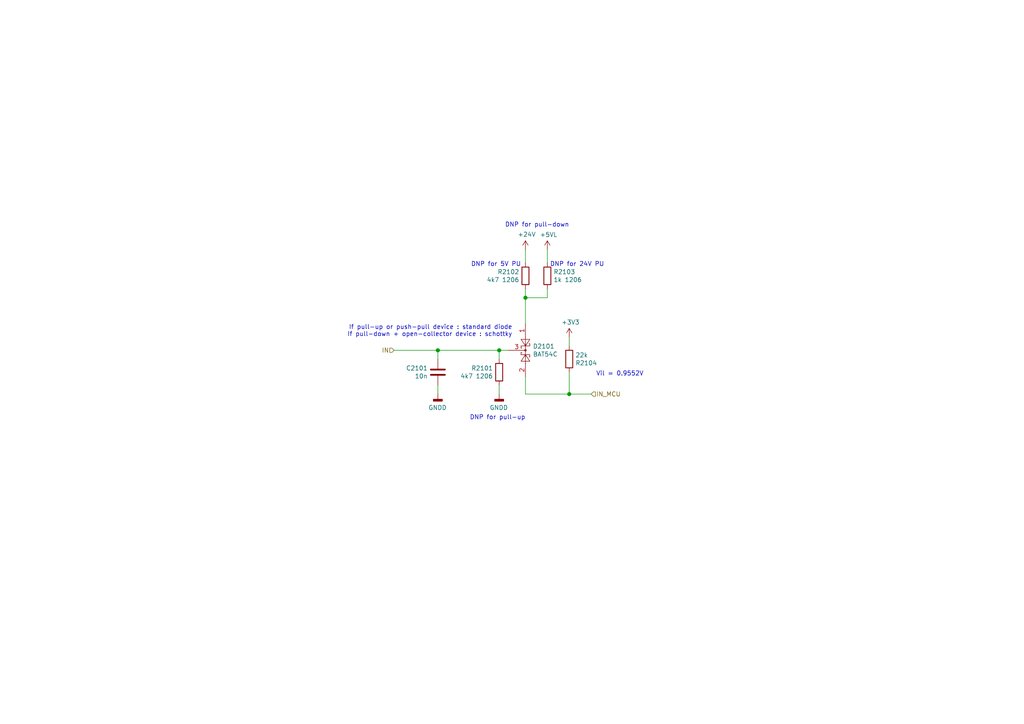
<source format=kicad_sch>
(kicad_sch (version 20211123) (generator eeschema)

  (uuid e4be39a8-1ea5-4678-afe5-f2e759878f82)

  (paper "A4")

  (lib_symbols
    (symbol "Device:C" (pin_numbers hide) (pin_names (offset 0.254)) (in_bom yes) (on_board yes)
      (property "Reference" "C" (id 0) (at 0.635 2.54 0)
        (effects (font (size 1.27 1.27)) (justify left))
      )
      (property "Value" "C" (id 1) (at 0.635 -2.54 0)
        (effects (font (size 1.27 1.27)) (justify left))
      )
      (property "Footprint" "" (id 2) (at 0.9652 -3.81 0)
        (effects (font (size 1.27 1.27)) hide)
      )
      (property "Datasheet" "~" (id 3) (at 0 0 0)
        (effects (font (size 1.27 1.27)) hide)
      )
      (property "ki_keywords" "cap capacitor" (id 4) (at 0 0 0)
        (effects (font (size 1.27 1.27)) hide)
      )
      (property "ki_description" "Unpolarized capacitor" (id 5) (at 0 0 0)
        (effects (font (size 1.27 1.27)) hide)
      )
      (property "ki_fp_filters" "C_*" (id 6) (at 0 0 0)
        (effects (font (size 1.27 1.27)) hide)
      )
      (symbol "C_0_1"
        (polyline
          (pts
            (xy -2.032 -0.762)
            (xy 2.032 -0.762)
          )
          (stroke (width 0.508) (type default) (color 0 0 0 0))
          (fill (type none))
        )
        (polyline
          (pts
            (xy -2.032 0.762)
            (xy 2.032 0.762)
          )
          (stroke (width 0.508) (type default) (color 0 0 0 0))
          (fill (type none))
        )
      )
      (symbol "C_1_1"
        (pin passive line (at 0 3.81 270) (length 2.794)
          (name "~" (effects (font (size 1.27 1.27))))
          (number "1" (effects (font (size 1.27 1.27))))
        )
        (pin passive line (at 0 -3.81 90) (length 2.794)
          (name "~" (effects (font (size 1.27 1.27))))
          (number "2" (effects (font (size 1.27 1.27))))
        )
      )
    )
    (symbol "Device:R" (pin_numbers hide) (pin_names (offset 0)) (in_bom yes) (on_board yes)
      (property "Reference" "R" (id 0) (at 2.032 0 90)
        (effects (font (size 1.27 1.27)))
      )
      (property "Value" "R" (id 1) (at 0 0 90)
        (effects (font (size 1.27 1.27)))
      )
      (property "Footprint" "" (id 2) (at -1.778 0 90)
        (effects (font (size 1.27 1.27)) hide)
      )
      (property "Datasheet" "~" (id 3) (at 0 0 0)
        (effects (font (size 1.27 1.27)) hide)
      )
      (property "ki_keywords" "R res resistor" (id 4) (at 0 0 0)
        (effects (font (size 1.27 1.27)) hide)
      )
      (property "ki_description" "Resistor" (id 5) (at 0 0 0)
        (effects (font (size 1.27 1.27)) hide)
      )
      (property "ki_fp_filters" "R_*" (id 6) (at 0 0 0)
        (effects (font (size 1.27 1.27)) hide)
      )
      (symbol "R_0_1"
        (rectangle (start -1.016 -2.54) (end 1.016 2.54)
          (stroke (width 0.254) (type default) (color 0 0 0 0))
          (fill (type none))
        )
      )
      (symbol "R_1_1"
        (pin passive line (at 0 3.81 270) (length 1.27)
          (name "~" (effects (font (size 1.27 1.27))))
          (number "1" (effects (font (size 1.27 1.27))))
        )
        (pin passive line (at 0 -3.81 90) (length 1.27)
          (name "~" (effects (font (size 1.27 1.27))))
          (number "2" (effects (font (size 1.27 1.27))))
        )
      )
    )
    (symbol "Diode:BAT54C" (pin_names (offset 1.016)) (in_bom yes) (on_board yes)
      (property "Reference" "D" (id 0) (at 0.635 -3.81 0)
        (effects (font (size 1.27 1.27)) (justify left))
      )
      (property "Value" "BAT54C" (id 1) (at -6.35 3.175 0)
        (effects (font (size 1.27 1.27)) (justify left))
      )
      (property "Footprint" "Package_TO_SOT_SMD:SOT-23" (id 2) (at 1.905 3.175 0)
        (effects (font (size 1.27 1.27)) (justify left) hide)
      )
      (property "Datasheet" "http://www.diodes.com/_files/datasheets/ds11005.pdf" (id 3) (at -2.032 0 0)
        (effects (font (size 1.27 1.27)) hide)
      )
      (property "ki_keywords" "schottky diode common cathode" (id 4) (at 0 0 0)
        (effects (font (size 1.27 1.27)) hide)
      )
      (property "ki_description" "dual schottky barrier diode, common cathode" (id 5) (at 0 0 0)
        (effects (font (size 1.27 1.27)) hide)
      )
      (property "ki_fp_filters" "SOT?23*" (id 6) (at 0 0 0)
        (effects (font (size 1.27 1.27)) hide)
      )
      (symbol "BAT54C_0_1"
        (polyline
          (pts
            (xy -1.905 0)
            (xy 1.905 0)
          )
          (stroke (width 0) (type default) (color 0 0 0 0))
          (fill (type none))
        )
        (polyline
          (pts
            (xy -1.905 1.27)
            (xy -1.905 1.016)
          )
          (stroke (width 0) (type default) (color 0 0 0 0))
          (fill (type none))
        )
        (polyline
          (pts
            (xy -1.27 -1.27)
            (xy -0.635 -1.27)
          )
          (stroke (width 0) (type default) (color 0 0 0 0))
          (fill (type none))
        )
        (polyline
          (pts
            (xy -1.27 0)
            (xy -3.81 0)
          )
          (stroke (width 0) (type default) (color 0 0 0 0))
          (fill (type none))
        )
        (polyline
          (pts
            (xy -1.27 1.27)
            (xy -1.905 1.27)
          )
          (stroke (width 0) (type default) (color 0 0 0 0))
          (fill (type none))
        )
        (polyline
          (pts
            (xy -1.27 1.27)
            (xy -1.27 -1.27)
          )
          (stroke (width 0) (type default) (color 0 0 0 0))
          (fill (type none))
        )
        (polyline
          (pts
            (xy -0.635 -1.27)
            (xy -0.635 -1.016)
          )
          (stroke (width 0) (type default) (color 0 0 0 0))
          (fill (type none))
        )
        (polyline
          (pts
            (xy 0.635 -1.27)
            (xy 0.635 -1.016)
          )
          (stroke (width 0) (type default) (color 0 0 0 0))
          (fill (type none))
        )
        (polyline
          (pts
            (xy 1.27 -1.27)
            (xy 0.635 -1.27)
          )
          (stroke (width 0) (type default) (color 0 0 0 0))
          (fill (type none))
        )
        (polyline
          (pts
            (xy 1.27 1.27)
            (xy 1.27 -1.27)
          )
          (stroke (width 0) (type default) (color 0 0 0 0))
          (fill (type none))
        )
        (polyline
          (pts
            (xy 1.27 1.27)
            (xy 1.905 1.27)
          )
          (stroke (width 0) (type default) (color 0 0 0 0))
          (fill (type none))
        )
        (polyline
          (pts
            (xy 1.905 1.27)
            (xy 1.905 1.016)
          )
          (stroke (width 0) (type default) (color 0 0 0 0))
          (fill (type none))
        )
        (polyline
          (pts
            (xy 3.81 0)
            (xy 1.27 0)
          )
          (stroke (width 0) (type default) (color 0 0 0 0))
          (fill (type none))
        )
        (polyline
          (pts
            (xy -3.175 -1.27)
            (xy -3.175 1.27)
            (xy -1.27 0)
            (xy -3.175 -1.27)
          )
          (stroke (width 0) (type default) (color 0 0 0 0))
          (fill (type none))
        )
        (polyline
          (pts
            (xy 3.175 -1.27)
            (xy 3.175 1.27)
            (xy 1.27 0)
            (xy 3.175 -1.27)
          )
          (stroke (width 0) (type default) (color 0 0 0 0))
          (fill (type none))
        )
        (circle (center 0 0) (radius 0.254)
          (stroke (width 0) (type default) (color 0 0 0 0))
          (fill (type outline))
        )
      )
      (symbol "BAT54C_1_1"
        (pin passive line (at -7.62 0 0) (length 3.81)
          (name "~" (effects (font (size 1.27 1.27))))
          (number "1" (effects (font (size 1.27 1.27))))
        )
        (pin passive line (at 7.62 0 180) (length 3.81)
          (name "~" (effects (font (size 1.27 1.27))))
          (number "2" (effects (font (size 1.27 1.27))))
        )
        (pin passive line (at 0 -5.08 90) (length 5.08)
          (name "~" (effects (font (size 1.27 1.27))))
          (number "3" (effects (font (size 1.27 1.27))))
        )
      )
    )
    (symbol "power:+24V" (power) (pin_names (offset 0)) (in_bom yes) (on_board yes)
      (property "Reference" "#PWR" (id 0) (at 0 -3.81 0)
        (effects (font (size 1.27 1.27)) hide)
      )
      (property "Value" "+24V" (id 1) (at 0 3.556 0)
        (effects (font (size 1.27 1.27)))
      )
      (property "Footprint" "" (id 2) (at 0 0 0)
        (effects (font (size 1.27 1.27)) hide)
      )
      (property "Datasheet" "" (id 3) (at 0 0 0)
        (effects (font (size 1.27 1.27)) hide)
      )
      (property "ki_keywords" "power-flag" (id 4) (at 0 0 0)
        (effects (font (size 1.27 1.27)) hide)
      )
      (property "ki_description" "Power symbol creates a global label with name \"+24V\"" (id 5) (at 0 0 0)
        (effects (font (size 1.27 1.27)) hide)
      )
      (symbol "+24V_0_1"
        (polyline
          (pts
            (xy -0.762 1.27)
            (xy 0 2.54)
          )
          (stroke (width 0) (type default) (color 0 0 0 0))
          (fill (type none))
        )
        (polyline
          (pts
            (xy 0 0)
            (xy 0 2.54)
          )
          (stroke (width 0) (type default) (color 0 0 0 0))
          (fill (type none))
        )
        (polyline
          (pts
            (xy 0 2.54)
            (xy 0.762 1.27)
          )
          (stroke (width 0) (type default) (color 0 0 0 0))
          (fill (type none))
        )
      )
      (symbol "+24V_1_1"
        (pin power_in line (at 0 0 90) (length 0) hide
          (name "+24V" (effects (font (size 1.27 1.27))))
          (number "1" (effects (font (size 1.27 1.27))))
        )
      )
    )
    (symbol "power:+3V3" (power) (pin_names (offset 0)) (in_bom yes) (on_board yes)
      (property "Reference" "#PWR" (id 0) (at 0 -3.81 0)
        (effects (font (size 1.27 1.27)) hide)
      )
      (property "Value" "+3V3" (id 1) (at 0 3.556 0)
        (effects (font (size 1.27 1.27)))
      )
      (property "Footprint" "" (id 2) (at 0 0 0)
        (effects (font (size 1.27 1.27)) hide)
      )
      (property "Datasheet" "" (id 3) (at 0 0 0)
        (effects (font (size 1.27 1.27)) hide)
      )
      (property "ki_keywords" "power-flag" (id 4) (at 0 0 0)
        (effects (font (size 1.27 1.27)) hide)
      )
      (property "ki_description" "Power symbol creates a global label with name \"+3V3\"" (id 5) (at 0 0 0)
        (effects (font (size 1.27 1.27)) hide)
      )
      (symbol "+3V3_0_1"
        (polyline
          (pts
            (xy -0.762 1.27)
            (xy 0 2.54)
          )
          (stroke (width 0) (type default) (color 0 0 0 0))
          (fill (type none))
        )
        (polyline
          (pts
            (xy 0 0)
            (xy 0 2.54)
          )
          (stroke (width 0) (type default) (color 0 0 0 0))
          (fill (type none))
        )
        (polyline
          (pts
            (xy 0 2.54)
            (xy 0.762 1.27)
          )
          (stroke (width 0) (type default) (color 0 0 0 0))
          (fill (type none))
        )
      )
      (symbol "+3V3_1_1"
        (pin power_in line (at 0 0 90) (length 0) hide
          (name "+3V3" (effects (font (size 1.27 1.27))))
          (number "1" (effects (font (size 1.27 1.27))))
        )
      )
    )
    (symbol "power:+5VL" (power) (pin_names (offset 0)) (in_bom yes) (on_board yes)
      (property "Reference" "#PWR" (id 0) (at 0 -3.81 0)
        (effects (font (size 1.27 1.27)) hide)
      )
      (property "Value" "+5VL" (id 1) (at 0 3.556 0)
        (effects (font (size 1.27 1.27)))
      )
      (property "Footprint" "" (id 2) (at 0 0 0)
        (effects (font (size 1.27 1.27)) hide)
      )
      (property "Datasheet" "" (id 3) (at 0 0 0)
        (effects (font (size 1.27 1.27)) hide)
      )
      (property "ki_keywords" "power-flag" (id 4) (at 0 0 0)
        (effects (font (size 1.27 1.27)) hide)
      )
      (property "ki_description" "Power symbol creates a global label with name \"+5VL\"" (id 5) (at 0 0 0)
        (effects (font (size 1.27 1.27)) hide)
      )
      (symbol "+5VL_0_1"
        (polyline
          (pts
            (xy -0.762 1.27)
            (xy 0 2.54)
          )
          (stroke (width 0) (type default) (color 0 0 0 0))
          (fill (type none))
        )
        (polyline
          (pts
            (xy 0 0)
            (xy 0 2.54)
          )
          (stroke (width 0) (type default) (color 0 0 0 0))
          (fill (type none))
        )
        (polyline
          (pts
            (xy 0 2.54)
            (xy 0.762 1.27)
          )
          (stroke (width 0) (type default) (color 0 0 0 0))
          (fill (type none))
        )
      )
      (symbol "+5VL_1_1"
        (pin power_in line (at 0 0 90) (length 0) hide
          (name "+5VL" (effects (font (size 1.27 1.27))))
          (number "1" (effects (font (size 1.27 1.27))))
        )
      )
    )
    (symbol "power:GNDD" (power) (pin_names (offset 0)) (in_bom yes) (on_board yes)
      (property "Reference" "#PWR" (id 0) (at 0 -6.35 0)
        (effects (font (size 1.27 1.27)) hide)
      )
      (property "Value" "GNDD" (id 1) (at 0 -3.175 0)
        (effects (font (size 1.27 1.27)))
      )
      (property "Footprint" "" (id 2) (at 0 0 0)
        (effects (font (size 1.27 1.27)) hide)
      )
      (property "Datasheet" "" (id 3) (at 0 0 0)
        (effects (font (size 1.27 1.27)) hide)
      )
      (property "ki_keywords" "power-flag" (id 4) (at 0 0 0)
        (effects (font (size 1.27 1.27)) hide)
      )
      (property "ki_description" "Power symbol creates a global label with name \"GNDD\" , digital ground" (id 5) (at 0 0 0)
        (effects (font (size 1.27 1.27)) hide)
      )
      (symbol "GNDD_0_1"
        (rectangle (start -1.27 -1.524) (end 1.27 -2.032)
          (stroke (width 0.254) (type default) (color 0 0 0 0))
          (fill (type outline))
        )
        (polyline
          (pts
            (xy 0 0)
            (xy 0 -1.524)
          )
          (stroke (width 0) (type default) (color 0 0 0 0))
          (fill (type none))
        )
      )
      (symbol "GNDD_1_1"
        (pin power_in line (at 0 0 270) (length 0) hide
          (name "GNDD" (effects (font (size 1.27 1.27))))
          (number "1" (effects (font (size 1.27 1.27))))
        )
      )
    )
  )

  (junction (at 152.4 86.36) (diameter 1.016) (color 0 0 0 0)
    (uuid 04ecc5b9-1245-4cd5-a81b-6d27476f97b6)
  )
  (junction (at 127 101.6) (diameter 1.016) (color 0 0 0 0)
    (uuid 2dd0add1-9a95-4b8c-a47a-bb7c827bbb1c)
  )
  (junction (at 165.1 114.3) (diameter 1.016) (color 0 0 0 0)
    (uuid 4aa05282-739f-4be5-b861-04abac698d96)
  )
  (junction (at 144.78 101.6) (diameter 1.016) (color 0 0 0 0)
    (uuid 8efb4ac1-5730-4dda-97f5-8467abb9129c)
  )

  (wire (pts (xy 158.75 83.82) (xy 158.75 86.36))
    (stroke (width 0) (type solid) (color 0 0 0 0))
    (uuid 0725fe01-5b0b-40c6-b381-f93a69cc0434)
  )
  (wire (pts (xy 127 101.6) (xy 144.78 101.6))
    (stroke (width 0) (type solid) (color 0 0 0 0))
    (uuid 10580ea2-77f4-40f1-8a03-2744778a7a4a)
  )
  (wire (pts (xy 152.4 83.82) (xy 152.4 86.36))
    (stroke (width 0) (type solid) (color 0 0 0 0))
    (uuid 1c9be16e-b615-44ce-af06-415c319b0067)
  )
  (wire (pts (xy 144.78 101.6) (xy 147.32 101.6))
    (stroke (width 0) (type solid) (color 0 0 0 0))
    (uuid 1f1caf93-b1eb-4723-8373-29b8ed912b87)
  )
  (wire (pts (xy 144.78 111.76) (xy 144.78 114.3))
    (stroke (width 0) (type solid) (color 0 0 0 0))
    (uuid 2c1925bd-ecf2-44c0-9ac0-c159dea8adf9)
  )
  (wire (pts (xy 152.4 114.3) (xy 165.1 114.3))
    (stroke (width 0) (type solid) (color 0 0 0 0))
    (uuid 3e054c3a-82a3-49d0-a8c3-a208582781d6)
  )
  (wire (pts (xy 152.4 86.36) (xy 152.4 93.98))
    (stroke (width 0) (type solid) (color 0 0 0 0))
    (uuid 3ead031e-1fd7-43d8-a5eb-2683e9a22c27)
  )
  (wire (pts (xy 152.4 86.36) (xy 158.75 86.36))
    (stroke (width 0) (type solid) (color 0 0 0 0))
    (uuid 51675c2f-3d5f-442e-b635-94681f87996f)
  )
  (wire (pts (xy 127 111.76) (xy 127 114.3))
    (stroke (width 0) (type solid) (color 0 0 0 0))
    (uuid 5b226517-5a60-47a5-99ab-a77917915557)
  )
  (wire (pts (xy 171.45 114.3) (xy 165.1 114.3))
    (stroke (width 0) (type solid) (color 0 0 0 0))
    (uuid 5cfa75c1-422b-4c75-865b-fbae31148089)
  )
  (wire (pts (xy 165.1 107.95) (xy 165.1 114.3))
    (stroke (width 0) (type solid) (color 0 0 0 0))
    (uuid 63c3ed2b-a433-4732-b1bb-1fac4ed19e4a)
  )
  (wire (pts (xy 114.3 101.6) (xy 127 101.6))
    (stroke (width 0) (type solid) (color 0 0 0 0))
    (uuid 91d4e52c-62ae-4768-b0b8-17b92c9a4ab2)
  )
  (wire (pts (xy 152.4 72.39) (xy 152.4 76.2))
    (stroke (width 0) (type solid) (color 0 0 0 0))
    (uuid 9c79230f-cfc3-46d9-8d33-0aa64417dc81)
  )
  (wire (pts (xy 158.75 72.39) (xy 158.75 76.2))
    (stroke (width 0) (type solid) (color 0 0 0 0))
    (uuid a67bcc6a-2a0c-4cfa-ae59-58f05714a3fe)
  )
  (wire (pts (xy 127 101.6) (xy 127 104.14))
    (stroke (width 0) (type solid) (color 0 0 0 0))
    (uuid a7a66b94-7b3b-4f1d-9f2a-585ba95ed289)
  )
  (wire (pts (xy 144.78 101.6) (xy 144.78 104.14))
    (stroke (width 0) (type solid) (color 0 0 0 0))
    (uuid c0f7705e-11e4-4772-9d5e-c4fdd52d3195)
  )
  (wire (pts (xy 152.4 109.22) (xy 152.4 114.3))
    (stroke (width 0) (type solid) (color 0 0 0 0))
    (uuid d955ec6a-7e2f-453f-8e27-81029b61a4fa)
  )
  (wire (pts (xy 165.1 97.79) (xy 165.1 100.33))
    (stroke (width 0) (type solid) (color 0 0 0 0))
    (uuid e35c4732-a477-4e2e-8637-afe92c9ae181)
  )

  (text "Vil = 0.9552V" (at 186.69 109.22 180)
    (effects (font (size 1.27 1.27)) (justify right bottom))
    (uuid 352c87d4-66d7-46af-8e6a-240e874243e7)
  )
  (text "DNP for 24V PU" (at 175.26 77.47 180)
    (effects (font (size 1.27 1.27)) (justify right bottom))
    (uuid 45d37ad7-f3b0-4133-bee6-c651b2885b82)
  )
  (text "DNP for pull-down" (at 165.1 66.04 180)
    (effects (font (size 1.27 1.27)) (justify right bottom))
    (uuid 53c6f42d-156b-46f4-8ba8-bc10fc93d786)
  )
  (text "DNP for 5V PU" (at 151.13 77.47 180)
    (effects (font (size 1.27 1.27)) (justify right bottom))
    (uuid 6aa82fbf-063e-4fa2-afc3-33347711ae4f)
  )
  (text "DNP for pull-up" (at 152.4 121.92 180)
    (effects (font (size 1.27 1.27)) (justify right bottom))
    (uuid cb5d1743-eb95-4a26-9921-c8ee1de8e19d)
  )
  (text "If pull-up or push-pull device : standard diode\nIf pull-down + open-collector device : schottky"
    (at 148.59 97.79 0)
    (effects (font (size 1.27 1.27)) (justify right bottom))
    (uuid de79a0cb-b47b-40fb-8151-55c47e538a22)
  )

  (hierarchical_label "IN" (shape input) (at 114.3 101.6 180)
    (effects (font (size 1.27 1.27)) (justify right))
    (uuid 19d0a868-3327-4b74-aad0-a8ff6ff39db5)
  )
  (hierarchical_label "IN_MCU" (shape input) (at 171.45 114.3 0)
    (effects (font (size 1.27 1.27)) (justify left))
    (uuid d012a3b3-7143-4567-978b-2a1fa029ee01)
  )

  (symbol (lib_id "Device:R") (at 165.1 104.14 0) (mirror x)
    (in_bom yes) (on_board yes)
    (uuid 0f70519f-0348-4ac6-9eba-e608889707e3)
    (property "Reference" "R2104" (id 0) (at 166.8781 105.2894 0)
      (effects (font (size 1.27 1.27)) (justify left))
    )
    (property "Value" "22k" (id 1) (at 166.878 102.991 0)
      (effects (font (size 1.27 1.27)) (justify left))
    )
    (property "Footprint" "Resistor_SMD:R_0603_1608Metric" (id 2) (at 163.322 104.14 90)
      (effects (font (size 1.27 1.27)) hide)
    )
    (property "Datasheet" "~" (id 3) (at 165.1 104.14 0)
      (effects (font (size 1.27 1.27)) hide)
    )
    (pin "1" (uuid 5a400c7a-5226-4c6b-baee-4abacab4ec11))
    (pin "2" (uuid 68bf5e41-2f80-49ac-a925-5488de7882fc))
  )

  (symbol (lib_id "power:+3V3") (at 165.1 97.79 0)
    (in_bom yes) (on_board yes)
    (uuid 12f912dc-d2b0-4063-8fa1-8b4b723f8a6f)
    (property "Reference" "#PWR02105" (id 0) (at 165.1 101.6 0)
      (effects (font (size 1.27 1.27)) hide)
    )
    (property "Value" "+3V3" (id 1) (at 165.4683 93.4656 0))
    (property "Footprint" "" (id 2) (at 165.1 97.79 0)
      (effects (font (size 1.27 1.27)) hide)
    )
    (property "Datasheet" "" (id 3) (at 165.1 97.79 0)
      (effects (font (size 1.27 1.27)) hide)
    )
    (pin "1" (uuid cbadf2bc-4835-4700-a8c0-94142f16347e))
  )

  (symbol (lib_id "power:+5VL") (at 158.75 72.39 0)
    (in_bom yes) (on_board yes)
    (uuid 2de5cc16-7c85-4473-ac85-d46c3bb9d914)
    (property "Reference" "#PWR021" (id 0) (at 158.75 76.2 0)
      (effects (font (size 1.27 1.27)) hide)
    )
    (property "Value" "+5VL" (id 1) (at 159.1183 68.0656 0))
    (property "Footprint" "" (id 2) (at 158.75 72.39 0)
      (effects (font (size 1.27 1.27)) hide)
    )
    (property "Datasheet" "" (id 3) (at 158.75 72.39 0)
      (effects (font (size 1.27 1.27)) hide)
    )
    (pin "1" (uuid 02862fbb-08df-4ae6-bccf-9440c9376d81))
  )

  (symbol (lib_id "power:GNDD") (at 127 114.3 0) (mirror y)
    (in_bom yes) (on_board yes)
    (uuid 7a10bded-b63a-4445-bc17-2cc806f5a269)
    (property "Reference" "#PWR02101" (id 0) (at 127 120.65 0)
      (effects (font (size 1.27 1.27)) hide)
    )
    (property "Value" "GNDD" (id 1) (at 126.8984 118.237 0))
    (property "Footprint" "" (id 2) (at 127 114.3 0)
      (effects (font (size 1.27 1.27)) hide)
    )
    (property "Datasheet" "" (id 3) (at 127 114.3 0)
      (effects (font (size 1.27 1.27)) hide)
    )
    (pin "1" (uuid 4657f121-fcf2-4ad4-bb64-2688155245a3))
  )

  (symbol (lib_id "Device:R") (at 152.4 80.01 0) (mirror y)
    (in_bom yes) (on_board yes)
    (uuid 83cdbc8a-c3d7-4c90-94ff-712551cc6c4d)
    (property "Reference" "R2102" (id 0) (at 150.6219 78.8606 0)
      (effects (font (size 1.27 1.27)) (justify left))
    )
    (property "Value" "4k7 1206" (id 1) (at 150.622 81.159 0)
      (effects (font (size 1.27 1.27)) (justify left))
    )
    (property "Footprint" "Resistor_SMD:R_1206_3216Metric" (id 2) (at 154.178 80.01 90)
      (effects (font (size 1.27 1.27)) hide)
    )
    (property "Datasheet" "~" (id 3) (at 152.4 80.01 0)
      (effects (font (size 1.27 1.27)) hide)
    )
    (pin "1" (uuid 4544eee1-c254-4a36-a866-58c87cf4357f))
    (pin "2" (uuid 59e6aa5b-ac8a-439a-8bda-79d239514887))
  )

  (symbol (lib_id "Device:R") (at 158.75 80.01 0)
    (in_bom yes) (on_board yes)
    (uuid 8d803b96-7f25-4598-bc03-7ee7a0d4d6fd)
    (property "Reference" "R2103" (id 0) (at 160.5281 78.8606 0)
      (effects (font (size 1.27 1.27)) (justify left))
    )
    (property "Value" "1k 1206" (id 1) (at 160.528 81.159 0)
      (effects (font (size 1.27 1.27)) (justify left))
    )
    (property "Footprint" "Resistor_SMD:R_1206_3216Metric" (id 2) (at 156.972 80.01 90)
      (effects (font (size 1.27 1.27)) hide)
    )
    (property "Datasheet" "~" (id 3) (at 158.75 80.01 0)
      (effects (font (size 1.27 1.27)) hide)
    )
    (pin "1" (uuid d15ca7f2-3b40-4968-a720-d3230cca4c54))
    (pin "2" (uuid 52c1098d-82c9-41e2-9989-00ad31431e6c))
  )

  (symbol (lib_id "power:+24V") (at 152.4 72.39 0)
    (in_bom yes) (on_board yes)
    (uuid 91081c02-ae3e-43a7-b463-2c76fcc14563)
    (property "Reference" "#PWR02103" (id 0) (at 152.4 76.2 0)
      (effects (font (size 1.27 1.27)) hide)
    )
    (property "Value" "+24V" (id 1) (at 152.781 67.9958 0))
    (property "Footprint" "" (id 2) (at 152.4 72.39 0)
      (effects (font (size 1.27 1.27)) hide)
    )
    (property "Datasheet" "" (id 3) (at 152.4 72.39 0)
      (effects (font (size 1.27 1.27)) hide)
    )
    (pin "1" (uuid e636d161-fee0-446b-848a-b8ece10c805b))
  )

  (symbol (lib_id "Device:R") (at 144.78 107.95 0) (mirror y)
    (in_bom yes) (on_board yes)
    (uuid 93327dd8-3fa1-4d14-82e7-28ca72157bd9)
    (property "Reference" "R2101" (id 0) (at 143.0019 106.8006 0)
      (effects (font (size 1.27 1.27)) (justify left))
    )
    (property "Value" "4k7 1206" (id 1) (at 143.002 109.099 0)
      (effects (font (size 1.27 1.27)) (justify left))
    )
    (property "Footprint" "Resistor_SMD:R_1206_3216Metric" (id 2) (at 146.558 107.95 90)
      (effects (font (size 1.27 1.27)) hide)
    )
    (property "Datasheet" "~" (id 3) (at 144.78 107.95 0)
      (effects (font (size 1.27 1.27)) hide)
    )
    (pin "1" (uuid a368b4ce-6e36-454a-a884-82e00ea7cb84))
    (pin "2" (uuid 8a070fd2-2656-4a8d-95ae-78334fcc2813))
  )

  (symbol (lib_id "Diode:BAT54C") (at 152.4 101.6 270)
    (in_bom yes) (on_board yes)
    (uuid c9b4b35c-6c3b-4ebc-8eab-4de030ba0a9e)
    (property "Reference" "D2101" (id 0) (at 154.5337 100.4506 90)
      (effects (font (size 1.27 1.27)) (justify left))
    )
    (property "Value" "BAT54C" (id 1) (at 154.5337 102.7493 90)
      (effects (font (size 1.27 1.27)) (justify left))
    )
    (property "Footprint" "Package_TO_SOT_SMD:SOT-23" (id 2) (at 155.575 103.505 0)
      (effects (font (size 1.27 1.27)) (justify left) hide)
    )
    (property "Datasheet" "http://www.diodes.com/_files/datasheets/ds11005.pdf" (id 3) (at 152.4 99.568 0)
      (effects (font (size 1.27 1.27)) hide)
    )
    (pin "1" (uuid bf235f7a-4543-4cdf-81ee-491cab0e9455))
    (pin "2" (uuid a5c2f51e-a0bb-4f14-a928-6fd8b0c1c990))
    (pin "3" (uuid 926f3fe9-6d66-422b-a704-14f149f82f38))
  )

  (symbol (lib_id "Device:C") (at 127 107.95 0) (mirror y)
    (in_bom yes) (on_board yes)
    (uuid f44da403-5efe-4ea1-904d-c7ac942f5952)
    (property "Reference" "C2101" (id 0) (at 124.079 106.7816 0)
      (effects (font (size 1.27 1.27)) (justify left))
    )
    (property "Value" "10n" (id 1) (at 124.079 109.093 0)
      (effects (font (size 1.27 1.27)) (justify left))
    )
    (property "Footprint" "Capacitor_SMD:C_0603_1608Metric" (id 2) (at 126.0348 111.76 0)
      (effects (font (size 1.27 1.27)) hide)
    )
    (property "Datasheet" "~" (id 3) (at 127 107.95 0)
      (effects (font (size 1.27 1.27)) hide)
    )
    (pin "1" (uuid fe9224e0-dcff-40ce-b6d2-261c28c0624a))
    (pin "2" (uuid da0a5bd2-828f-423f-9024-d2e273053f4e))
  )

  (symbol (lib_id "power:GNDD") (at 144.78 114.3 0) (mirror y)
    (in_bom yes) (on_board yes)
    (uuid fd46257f-05b1-4e92-94d3-9e75e1de69c1)
    (property "Reference" "#PWR02102" (id 0) (at 144.78 120.65 0)
      (effects (font (size 1.27 1.27)) hide)
    )
    (property "Value" "GNDD" (id 1) (at 144.6784 118.237 0))
    (property "Footprint" "" (id 2) (at 144.78 114.3 0)
      (effects (font (size 1.27 1.27)) hide)
    )
    (property "Datasheet" "" (id 3) (at 144.78 114.3 0)
      (effects (font (size 1.27 1.27)) hide)
    )
    (pin "1" (uuid 407a3555-6bbe-4a2a-ba57-4158a1d18d38))
  )
)

</source>
